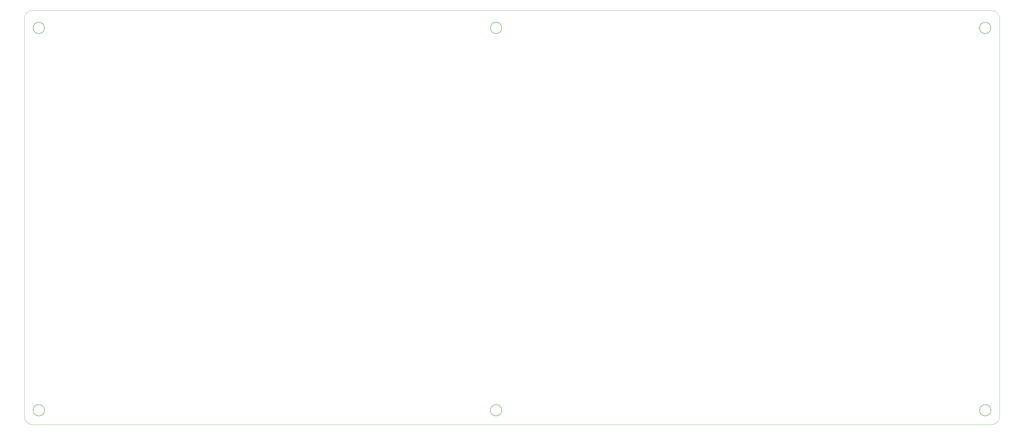
<source format=gbr>
%TF.GenerationSoftware,KiCad,Pcbnew,9.0.1*%
%TF.CreationDate,2025-07-07T17:58:15-06:00*%
%TF.ProjectId,MixDeck v1,4d697844-6563-46b2-9076-312e6b696361,rev?*%
%TF.SameCoordinates,Original*%
%TF.FileFunction,Profile,NP*%
%FSLAX46Y46*%
G04 Gerber Fmt 4.6, Leading zero omitted, Abs format (unit mm)*
G04 Created by KiCad (PCBNEW 9.0.1) date 2025-07-07 17:58:15*
%MOMM*%
%LPD*%
G01*
G04 APERTURE LIST*
%TA.AperFunction,Profile*%
%ADD10C,0.050000*%
%TD*%
%TA.AperFunction,Profile*%
%ADD11C,0.200000*%
%TD*%
G04 APERTURE END LIST*
D10*
X369570000Y-358775000D02*
X369570000Y-200025000D01*
X755015000Y-361950000D02*
X372745000Y-361950000D01*
X758190000Y-200025000D02*
X758190000Y-358775000D01*
X372745000Y-196850000D02*
X755015000Y-196850000D01*
X369570000Y-200025000D02*
G75*
G02*
X372745000Y-196850000I3175000J0D01*
G01*
X372745000Y-361950000D02*
G75*
G02*
X369570000Y-358775000I0J3175000D01*
G01*
X758190000Y-358775000D02*
G75*
G02*
X755015000Y-361950000I-3175000J0D01*
G01*
X755015000Y-196850000D02*
G75*
G02*
X758190000Y-200025000I0J-3175000D01*
G01*
D11*
X377535000Y-203835000D02*
G75*
G02*
X373035000Y-203835000I-2250000J0D01*
G01*
X373035000Y-203835000D02*
G75*
G02*
X377535000Y-203835000I2250000J0D01*
G01*
X754725000Y-356235000D02*
G75*
G02*
X750225000Y-356235000I-2250000J0D01*
G01*
X750225000Y-356235000D02*
G75*
G02*
X754725000Y-356235000I2250000J0D01*
G01*
X559780000Y-203835000D02*
G75*
G02*
X555280000Y-203835000I-2250000J0D01*
G01*
X555280000Y-203835000D02*
G75*
G02*
X559780000Y-203835000I2250000J0D01*
G01*
X559780000Y-356235000D02*
G75*
G02*
X555280000Y-356235000I-2250000J0D01*
G01*
X555280000Y-356235000D02*
G75*
G02*
X559780000Y-356235000I2250000J0D01*
G01*
X754725000Y-203835000D02*
G75*
G02*
X750225000Y-203835000I-2250000J0D01*
G01*
X750225000Y-203835000D02*
G75*
G02*
X754725000Y-203835000I2250000J0D01*
G01*
X377535000Y-356235000D02*
G75*
G02*
X373035000Y-356235000I-2250000J0D01*
G01*
X373035000Y-356235000D02*
G75*
G02*
X377535000Y-356235000I2250000J0D01*
G01*
M02*

</source>
